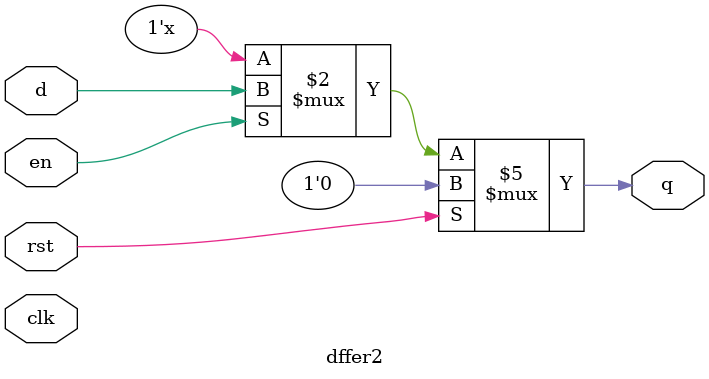
<source format=v>

`timescale 100ps/10ps

module dff (clk, d, q);
   input clk, d;
   output reg q;
   always @(posedge clk) 
     q <= #1 d;
endmodule // dff

// DFF with synchronous enable; no reset:
module dffe (clk, d, en, q);
   input clk, d, en;
   output reg q;

   always @(posedge clk)
     if (en)
       q <= #1 d;
endmodule // dffe

// DFF with synchronous enable; and asynchronous reset:
module dffer (clk, d, en, rst, q);
   input clk, d, en, rst;
   output reg q;

   always @(posedge clk or posedge rst)
     begin
	if (rst)
	  q <= #1 0;
	else if (en)
	  q <= #1 d;
     end
endmodule // dffer

// DFF with synchronous enable; and synchronous reset:
module dffesr (clk, d, en, rst, q);
   input clk, d, en, rst;
   output reg q;

   always @(posedge clk)
     begin
	if (en) begin
	   if (rst)
	     q <= #1 0;
	   else 
	     q <= #1 d;
	end
     end
endmodule // dffesr

//
// DFF Variants not in the iCE40 technology:
//

// DFF with synchronous enable; and asynchronous reset:
module dffer2 (clk, d, en, rst, q);
   input clk, d, en, rst;
   output reg q;

   always @* // (posedge clk or posedge rst)
     begin
	if (rst)
	  q <= #1 0;
	else if (en)
	  q <= #1 d;
     end
endmodule // dffer



</source>
